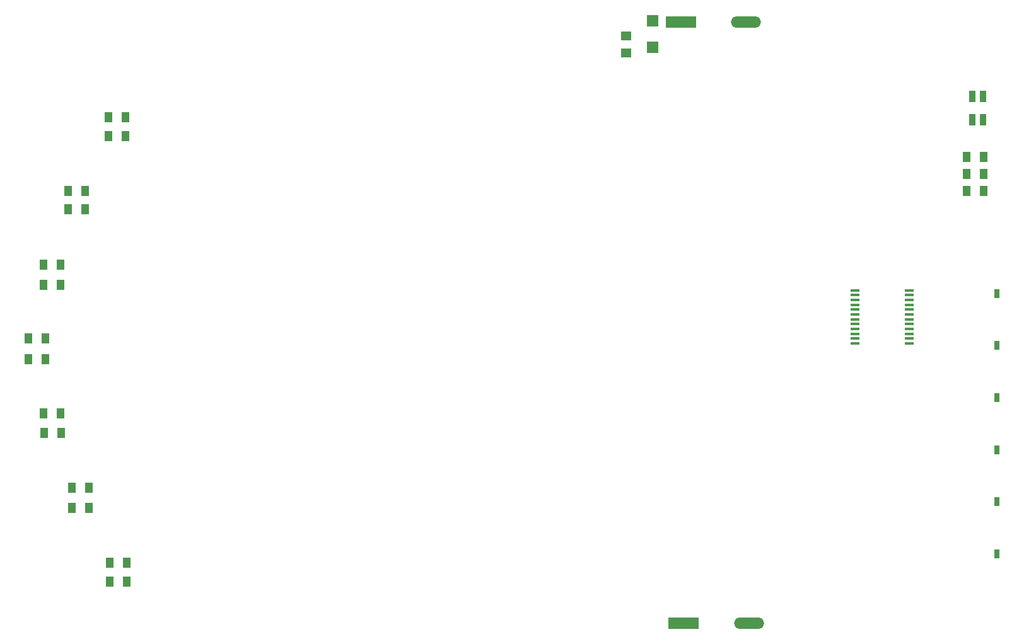
<source format=gbr>
G04*
G04 #@! TF.GenerationSoftware,Altium Limited,Altium Designer,25.5.2 (35)*
G04*
G04 Layer_Color=8421504*
%FSLAX25Y25*%
%MOIN*%
G70*
G04*
G04 #@! TF.SameCoordinates,3A6C04F0-8456-4D88-A865-9B6E00D0E649*
G04*
G04*
G04 #@! TF.FilePolarity,Positive*
G04*
G01*
G75*
%ADD21R,0.06000X0.06000*%
%ADD22R,0.05500X0.05000*%
%ADD23R,0.03937X0.05500*%
%ADD24R,0.04921X0.01575*%
%ADD25R,0.03150X0.04724*%
%ADD26O,0.16000X0.05906*%
%ADD27R,0.03543X0.05906*%
%ADD28R,0.16000X0.05906*%
D21*
X341500Y370500D02*
D03*
Y356500D02*
D03*
D22*
X327500Y362500D02*
D03*
Y353500D02*
D03*
D23*
X34500Y113000D02*
D03*
X43500D02*
D03*
X34500Y123500D02*
D03*
X19500Y163000D02*
D03*
X32500Y280500D02*
D03*
X41500Y271000D02*
D03*
X20500Y191500D02*
D03*
X63000Y309500D02*
D03*
X54000D02*
D03*
X32500Y271000D02*
D03*
X41500Y280500D02*
D03*
X54500Y84000D02*
D03*
X63500D02*
D03*
X54500Y74000D02*
D03*
X63500D02*
D03*
X43500Y123500D02*
D03*
X28500Y163000D02*
D03*
X29000Y152500D02*
D03*
X20000D02*
D03*
X20500Y202500D02*
D03*
X11500D02*
D03*
Y191500D02*
D03*
X19500Y241500D02*
D03*
X19500Y231000D02*
D03*
X63000Y319500D02*
D03*
X28500Y241500D02*
D03*
X507500Y280500D02*
D03*
Y298500D02*
D03*
Y289500D02*
D03*
X54000Y319500D02*
D03*
X516500Y289500D02*
D03*
Y280500D02*
D03*
Y298500D02*
D03*
X28500Y231000D02*
D03*
D24*
X477272Y215280D02*
D03*
Y225516D02*
D03*
X448728Y222957D02*
D03*
Y207602D02*
D03*
X477272Y212720D02*
D03*
Y217839D02*
D03*
Y210161D02*
D03*
Y205043D02*
D03*
Y207602D02*
D03*
Y222957D02*
D03*
Y220398D02*
D03*
Y199925D02*
D03*
Y202484D02*
D03*
Y228075D02*
D03*
X448728Y199925D02*
D03*
Y202484D02*
D03*
Y210161D02*
D03*
Y212720D02*
D03*
Y228075D02*
D03*
Y225516D02*
D03*
Y220398D02*
D03*
Y217839D02*
D03*
Y215280D02*
D03*
Y205043D02*
D03*
D25*
X523622Y116142D02*
D03*
X523500Y171280D02*
D03*
Y226378D02*
D03*
Y198819D02*
D03*
X523622Y88583D02*
D03*
X523500Y143720D02*
D03*
D26*
X391016Y370079D02*
D03*
X392500Y52000D02*
D03*
D27*
X510715Y330602D02*
D03*
X516295D02*
D03*
X516285Y318398D02*
D03*
X510715D02*
D03*
D28*
X356516Y370079D02*
D03*
X358000Y52000D02*
D03*
M02*

</source>
